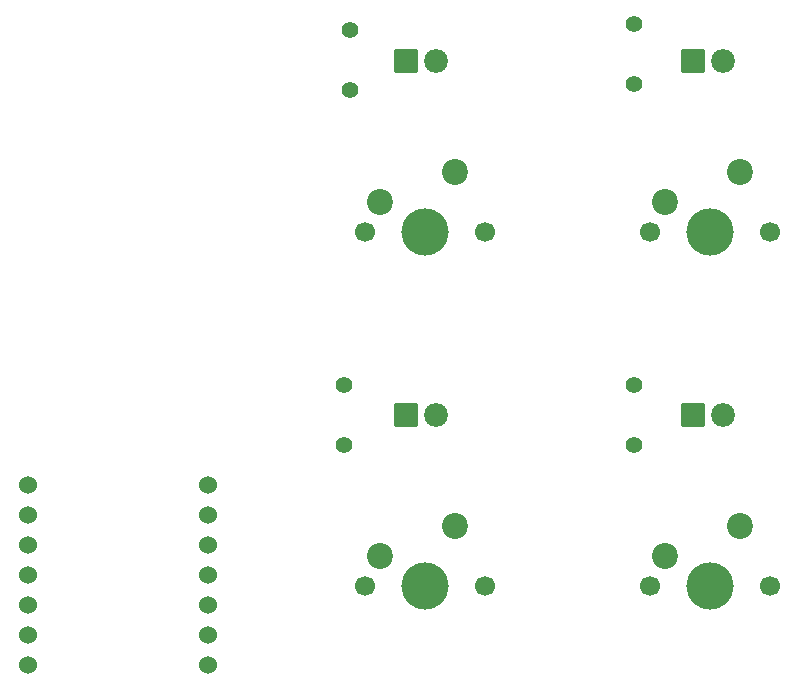
<source format=gbr>
%TF.GenerationSoftware,KiCad,Pcbnew,9.0.6*%
%TF.CreationDate,2025-11-18T20:58:22+00:00*%
%TF.ProjectId,pathfinderKey-Cuts,70617468-6669-46e6-9465-724b65792d43,rev?*%
%TF.SameCoordinates,Original*%
%TF.FileFunction,Soldermask,Bot*%
%TF.FilePolarity,Negative*%
%FSLAX46Y46*%
G04 Gerber Fmt 4.6, Leading zero omitted, Abs format (unit mm)*
G04 Created by KiCad (PCBNEW 9.0.6) date 2025-11-18 20:58:22*
%MOMM*%
%LPD*%
G01*
G04 APERTURE LIST*
G04 Aperture macros list*
%AMRoundRect*
0 Rectangle with rounded corners*
0 $1 Rounding radius*
0 $2 $3 $4 $5 $6 $7 $8 $9 X,Y pos of 4 corners*
0 Add a 4 corners polygon primitive as box body*
4,1,4,$2,$3,$4,$5,$6,$7,$8,$9,$2,$3,0*
0 Add four circle primitives for the rounded corners*
1,1,$1+$1,$2,$3*
1,1,$1+$1,$4,$5*
1,1,$1+$1,$6,$7*
1,1,$1+$1,$8,$9*
0 Add four rect primitives between the rounded corners*
20,1,$1+$1,$2,$3,$4,$5,0*
20,1,$1+$1,$4,$5,$6,$7,0*
20,1,$1+$1,$6,$7,$8,$9,0*
20,1,$1+$1,$8,$9,$2,$3,0*%
G04 Aperture macros list end*
%ADD10C,1.400000*%
%ADD11C,1.700000*%
%ADD12C,4.000000*%
%ADD13C,2.200000*%
%ADD14C,2.019000*%
%ADD15RoundRect,0.102000X-0.907500X-0.907500X0.907500X-0.907500X0.907500X0.907500X-0.907500X0.907500X0*%
%ADD16C,1.524000*%
G04 APERTURE END LIST*
D10*
%TO.C,R2*%
X154500000Y-84420000D03*
X154500000Y-89500000D03*
%TD*%
%TO.C,R3*%
X178580000Y-114420000D03*
X178580000Y-119500000D03*
%TD*%
D11*
%TO.C,SW1*%
X179920000Y-101500000D03*
D12*
X185000000Y-101500000D03*
D11*
X190080000Y-101500000D03*
D13*
X187540000Y-96420000D03*
X181190000Y-98960000D03*
%TD*%
D14*
%TO.C,D2*%
X161770000Y-87000000D03*
D15*
X159230000Y-87000000D03*
%TD*%
D11*
%TO.C,SW3*%
X179920000Y-131500000D03*
D12*
X185000000Y-131500000D03*
D11*
X190080000Y-131500000D03*
D13*
X187540000Y-126420000D03*
X181190000Y-128960000D03*
%TD*%
D11*
%TO.C,SW4*%
X155749000Y-131500000D03*
D12*
X160829000Y-131500000D03*
D11*
X165909000Y-131500000D03*
D13*
X163369000Y-126420000D03*
X157019000Y-128960000D03*
%TD*%
D10*
%TO.C,R1*%
X178580000Y-83920000D03*
X178580000Y-89000000D03*
%TD*%
D14*
%TO.C,D4*%
X161770000Y-117000000D03*
D15*
X159230000Y-117000000D03*
%TD*%
D11*
%TO.C,SW2*%
X155749000Y-101500000D03*
D12*
X160829000Y-101500000D03*
D11*
X165909000Y-101500000D03*
D13*
X163369000Y-96420000D03*
X157019000Y-98960000D03*
%TD*%
D16*
%TO.C,U1*%
X127260000Y-122880000D03*
X127260000Y-125420000D03*
X127260000Y-127960000D03*
X127260000Y-130500000D03*
X127260000Y-133040000D03*
X127260000Y-135580000D03*
X127260000Y-138120000D03*
X142500000Y-138120000D03*
X142500000Y-135580000D03*
X142500000Y-133040000D03*
X142500000Y-130500000D03*
X142500000Y-127960000D03*
X142500000Y-125420000D03*
X142500000Y-122880000D03*
%TD*%
D14*
%TO.C,D3*%
X186080000Y-117000000D03*
D15*
X183540000Y-117000000D03*
%TD*%
D10*
%TO.C,R4*%
X154000000Y-114460000D03*
X154000000Y-119540000D03*
%TD*%
D14*
%TO.C,D1*%
X186080000Y-87000000D03*
D15*
X183540000Y-87000000D03*
%TD*%
M02*

</source>
